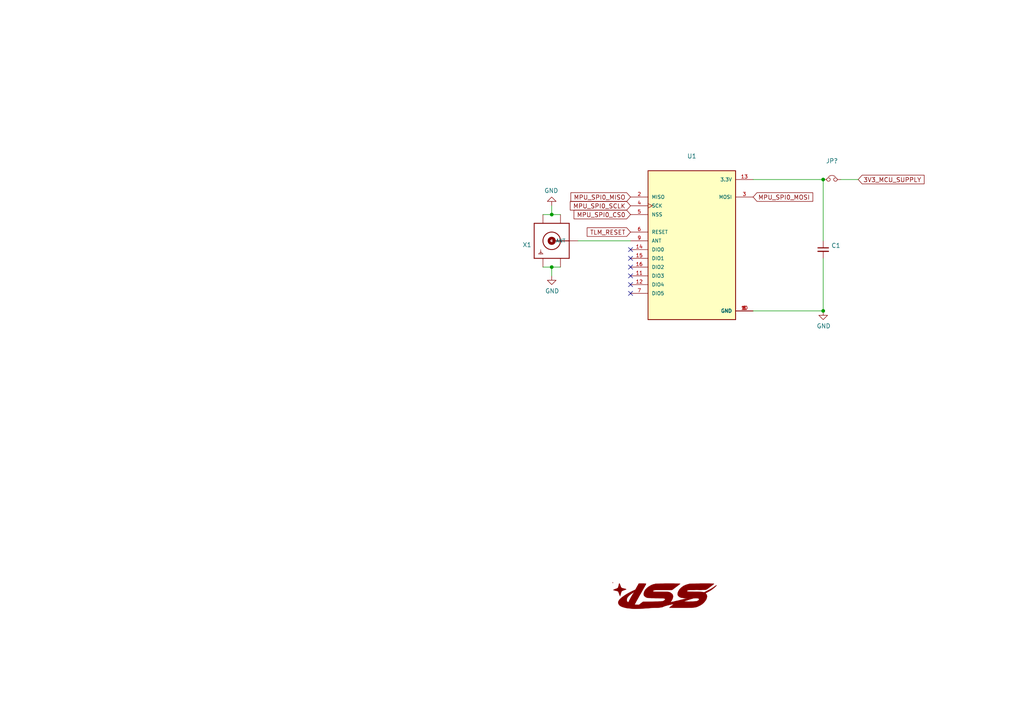
<source format=kicad_sch>
(kicad_sch (version 20211123) (generator eeschema)
  (paper "A4")
  (title_block (title "TARS-MK1") (company "ILLINOIS SPACE SOCIETY"))
  (lib_symbols
    (symbol "D24V50F5:C_Small" (pin_numbers hide) (pin_names (offset 0.254) hide)
      (property "Reference" "C" (at 0.254 1.778 0))
      (property "Value" "C_Small" (at 0.254 -2.032 0))
      (symbol "C_Small_0_1"
        (polyline (pts (xy -1.524 -0.508) (xy 1.524 -0.508)) (stroke (width 0.3302)))
        (polyline (pts (xy -1.524 0.508) (xy 1.524 0.508)) (stroke (width 0.3048)))
      )
      (symbol "C_Small_1_1"
        (pin passive line (at 0 2.54 270) (length 2.032) (name "~") (number "1"))
        (pin passive line (at 0 -2.54 90) (length 2.032) (name "~") (number "2"))
      )
    )
    (symbol "ISS_LOGO:LOGO" (pin_names (offset 1.016))
      (symbol "LOGO_0_0"
        (polyline (pts (xy -15.2654 3.6322) (xy -15.2654 3.8354) (xy -15.2908 3.8608) (xy -15.3162 3.7338) (xy -15.3162 3.6068) (xy -15.2654 3.6322)) (stroke (width 0.0254)) (fill (type outline)))
        (polyline (pts (xy -13.081 0.2032) (xy -12.954 0.6096) (xy -12.8778 0.9144) (xy -12.7762 1.1176) (xy -12.6746 1.27) (xy -12.5476 1.3462) (xy -12.3698 1.4224) (xy -12.1158 1.524) (xy -11.7348 1.651) (xy -11.5316 1.7272) (xy -11.43 1.7526) (xy -11.43 1.778) (xy -11.5062 1.8542) (xy -11.684 1.9304) (xy -11.938 1.9812) (xy -12.2174 2.0574) (xy -12.5222 2.1082) (xy -12.7254 2.2098) (xy -12.8778 2.3368) (xy -12.9794 2.54) (xy -13.081 2.8448) (xy -13.1318 2.921) (xy -13.2334 3.2258) (xy -13.3858 3.5306) (xy -13.4112 3.5052) (xy -13.4874 3.3782) (xy -13.5382 3.1496) (xy -13.6906 2.54) (xy -13.7668 2.3114) (xy -13.8684 2.1844) (xy -13.9954 2.0828) (xy -14.1986 2.0066) (xy -14.478 1.905) (xy -14.605 1.8542) (xy -14.8844 1.7526) (xy -15.0876 1.651) (xy -15.1638 1.6002) (xy -15.1384 1.6002) (xy -15.0114 1.5494) (xy -14.7828 1.4732) (xy -14.4526 1.397) (xy -13.7668 1.2192) (xy -13.5636 0.762) (xy -13.4874 0.5588) (xy -13.3858 0.2794) (xy -13.2842 0.0508) (xy -13.1826 -0.2032) (xy -13.081 0.2032)) (stroke (width 0.0254)) (fill (type outline)))
        (polyline (pts (xy -8.0264 -3.8354) (xy -7.3152 -3.81) (xy -6.5786 -3.7846) (xy -5.8166 -3.7338) (xy -5.1054 -3.683) (xy -4.826 -3.6576) (xy -4.2418 -3.6068) (xy -3.6322 -3.5814) (xy -3.0988 -3.556) (xy -2.3368 -3.556) (xy -1.5494 -3.4798) (xy -0.889 -3.3528) (xy -0.3556 -3.1242) (xy -0.1778 -3.0734) (xy 0.127 -2.9718) (xy 0.508 -2.8702) (xy 0.9398 -2.7686) (xy 0.9906 -2.7432) (xy 1.5494 -2.6162) (xy 2.1844 -2.4892) (xy 2.3114 -2.4892) (xy 2.3114 -2.54) (xy 2.2352 -2.6162) (xy 2.0574 -2.7686) (xy 1.778 -2.9464) (xy 1.5748 -3.1242) (xy 1.3208 -3.3274) (xy 1.1684 -3.4544) (xy 1.1176 -3.5306) (xy 1.6256 -3.5306) (xy 2.0574 -3.556) (xy 6.2738 -3.556) (xy 6.9342 -3.5306) (xy 7.4676 -3.5306) (xy 7.9248 -3.5052) (xy 8.2804 -3.4798) (xy 8.5852 -3.429) (xy 8.8392 -3.3782) (xy 9.0678 -3.302) (xy 9.3218 -3.2258) (xy 9.5504 -3.0988) (xy 9.8298 -2.9718) (xy 10.0076 -2.8956) (xy 10.5664 -2.54) (xy 11.049 -2.1336) (xy 11.43 -1.6764) (xy 11.7602 -1.2192) (xy 11.938 -0.762) (xy 12.0396 -0.3302) (xy 11.9888 0.0762) (xy 11.811 0.4064) (xy 11.5824 0.6858) (xy 12.1158 0.9398) (xy 12.2682 1.016) (xy 13.0556 1.4732) (xy 13.7414 1.9558) (xy 14.3256 2.4384) (xy 14.605 2.7178) (xy 14.7574 2.8956) (xy 14.8082 2.9718) (xy 14.7828 2.9718) (xy 14.6558 2.8956) (xy 14.4272 2.7686) (xy 14.1478 2.5654) (xy 14.097 2.5146) (xy 13.7414 2.286) (xy 13.3096 2.0066) (xy 12.827 1.7272) (xy 12.3444 1.4986) (xy 11.2014 0.9144) (xy 10.7188 1.016) (xy 10.6172 1.016) (xy 10.3378 1.0414) (xy 9.906 1.0668) (xy 9.398 1.0922) (xy 8.2296 1.0922) (xy 7.8994 1.1176) (xy 6.9088 1.1176) (xy 6.5532 1.143) (xy 6.3246 1.143) (xy 6.223 1.1684) (xy 6.223 1.27) (xy 6.2992 1.4224) (xy 6.3754 1.4986) (xy 6.4516 1.5494) (xy 6.5532 1.5748) (xy 6.7056 1.5748) (xy 6.9596 1.6002) (xy 8.3312 1.6002) (xy 9.0678 1.6256) (xy 9.7536 1.6002) (xy 10.3378 1.6002) (xy 10.8204 1.6256) (xy 11.2014 1.6256) (xy 11.4808 1.651) (xy 11.7348 1.7018) (xy 11.938 1.778) (xy 12.1158 1.905) (xy 12.319 2.032) (xy 12.573 2.2352) (xy 13.081 2.6162) (xy 13.4112 2.8702) (xy 13.6652 3.048) (xy 13.8176 3.175) (xy 13.843 3.2004) (xy 13.9954 3.3274) (xy 14.0462 3.4036) (xy 14.0462 3.429) (xy 13.8938 3.429) (xy 13.6144 3.4544) (xy 13.208 3.4544) (xy 12.7254 3.4798) (xy 10.16 3.4798) (xy 9.4996 3.4544) (xy 8.8646 3.4544) (xy 8.255 3.429) (xy 7.747 3.429) (xy 7.3152 3.4036) (xy 6.985 3.3782) (xy 6.8072 3.3528) (xy 5.9944 3.1242) (xy 5.207 2.7686) (xy 4.572 2.3114) (xy 4.0386 1.778) (xy 3.683 1.1684) (xy 3.5306 0.762) (xy 3.4798 0.381) (xy 3.556 0.0762) (xy 3.7338 -0.1778) (xy 4.0132 -0.4064) (xy 4.3688 -0.5842) (xy 4.826 -0.6858) (xy 5.461 -0.762) (xy 6.2992 -0.8128) (xy 5.588 -0.9906) (xy 5.4102 -1.0414) (xy 5.08 -1.1176) (xy 4.6482 -1.2192) (xy 4.1656 -1.3462) (xy 3.6576 -1.4732) (xy 3.1496 -1.5748) (xy 2.6416 -1.7018) (xy 2.54 -1.7272) (xy 5.334 -1.7272) (xy 5.3594 -1.6764) (xy 5.461 -1.651) (xy 6.0706 -1.4478) (xy 6.7056 -1.2446) (xy 7.1882 -1.0668) (xy 7.5946 -0.9652) (xy 7.9248 -0.8636) (xy 8.1534 -0.8128) (xy 8.382 -0.7874) (xy 8.5598 -0.762) (xy 9.0678 -0.762) (xy 9.4488 -0.8128) (xy 9.652 -0.9398) (xy 9.7282 -1.0922) (xy 9.7028 -1.1938) (xy 9.5504 -1.397) (xy 9.2456 -1.5748) (xy 8.89 -1.6764) (xy 8.8646 -1.6764) (xy 8.6614 -1.7018) (xy 8.3058 -1.7272) (xy 7.8486 -1.7526) (xy 7.3406 -1.7526) (xy 6.7818 -1.778) (xy 6.223 -1.7526) (xy 5.5372 -1.7526) (xy 5.3848 -1.7272) (xy 5.334 -1.7272) (xy 2.54 -1.7272) (xy 2.2098 -1.8034) (xy 1.8542 -1.8796) (xy 1.6256 -1.9304) (xy 1.4986 -1.9304) (xy 1.4986 -1.905) (xy 1.6002 -1.7272) (xy 1.7272 -1.524) (xy 1.9304 -1.1684) (xy 2.1336 -0.6604) (xy 2.1844 -0.2032) (xy 2.0828 0.2286) (xy 1.8034 0.5588) (xy 1.397 0.8382) (xy 1.3208 0.889) (xy 1.0668 0.9906) (xy 0.9144 1.016) (xy 0.6858 1.0414) (xy 0.4064 1.0668) (xy -0.4826 1.0668) (xy -1.143 1.0922) (xy -3.048 1.0922) (xy -3.3274 1.1176) (xy -3.4544 1.1176) (xy -3.6068 1.143) (xy -3.6322 1.27) (xy -3.5052 1.4478) (xy -3.4544 1.4986) (xy -3.3782 1.524) (xy -3.2766 1.5494) (xy -3.0988 1.5748) (xy -2.8702 1.6002) (xy 1.8796 1.6002) (xy 2.54 2.0828) (xy 2.6162 2.159) (xy 3.3782 2.7178) (xy 3.7084 2.9718) (xy 3.7592 2.9972) (xy 3.9878 3.2004) (xy 4.1656 3.3274) (xy 4.2164 3.4036) (xy 4.2164 3.429) (xy 4.0894 3.429) (xy 3.81 3.4544) (xy 2.8956 3.4544) (xy 2.286 3.4798) (xy -0.1016 3.4798) (xy -0.889 3.4544) (xy -1.5494 3.4544) (xy -2.0828 3.429) (xy -2.54 3.4036) (xy -2.921 3.3782) (xy -3.2512 3.302) (xy -3.5052 3.2512) (xy -3.7846 3.1496) (xy -4.0386 3.048) (xy -4.3434 2.8956) (xy -4.9784 2.5146) (xy -5.4864 2.0828) (xy -5.9182 1.6002) (xy -6.1976 1.0922) (xy -6.3246 0.5588) (xy -6.3246 0.2794) (xy -6.2484 -0.0254) (xy -6.0198 -0.2794) (xy -5.6388 -0.5334) (xy -5.5626 -0.5588) (xy -5.3086 -0.6604) (xy -5.1308 -0.6858) (xy -4.8768 -0.7112) (xy -4.5466 -0.7112) (xy -4.1148 -0.7366) (xy -3.5306 -0.7366) (xy -2.8194 -0.762) (xy -2.159 -0.762) (xy -1.5748 -0.7874) (xy -1.1176 -0.7874) (xy -0.762 -0.8128) (xy -0.5334 -0.8382) (xy -0.381 -0.8636) (xy -0.2794 -0.889) (xy -0.2032 -0.9398) (xy -0.1778 -0.9652) (xy -0.127 -1.0922) (xy -0.1778 -1.2446) (xy -0.381 -1.4478) (xy -0.5842 -1.5748) (xy -0.6604 -1.6002) (xy -0.762 -1.651) (xy -0.9144 -1.6764) (xy -1.143 -1.7018) (xy -1.4224 -1.7272) (xy -1.8034 -1.7272) (xy -2.3114 -1.7526) (xy -2.9464 -1.7526) (xy -3.7338 -1.778) (xy -6.5532 -1.8288) (xy -7.1374 -2.2606) (xy -7.7216 -2.7178) (xy -8.3058 -2.6924) (xy -8.6106 -2.667) (xy -8.8392 -2.6416) (xy -8.9408 -2.6162) (xy -8.9408 -2.5908) (xy -8.9154 -2.5146) (xy -8.8646 -2.413) (xy -8.763 -2.2352) (xy -8.636 -1.9812) (xy -8.4582 -1.651) (xy -8.2296 -1.2446) (xy -7.9248 -0.7112) (xy -7.5946 -0.1016) (xy -7.1628 0.635) (xy -6.6802 1.4986) (xy -6.096 2.5146) (xy -5.9182 2.8448) (xy -5.7658 3.1242) (xy -5.6896 3.3274) (xy -5.6642 3.429) (xy -5.7658 3.4544) (xy -5.9944 3.4544) (xy -6.3246 3.4798) (xy -7.747 3.4798) (xy -8.255 2.5908) (xy -8.763 1.6764) (xy -9.9568 1.1176) (xy -10.541 0.8128) (xy -11.3284 0.381) (xy -12.0142 -0.0762) (xy -12.6238 -0.508) (xy -13.081 -0.9144) (xy -13.3858 -1.2446) (xy -11.2522 -1.2446) (xy -11.2268 -1.016) (xy -11.0998 -0.635) (xy -10.795 -0.254) (xy -10.3632 0.1524) (xy -9.779 0.5842) (xy -9.6266 0.6858) (xy -9.3726 0.8636) (xy -9.2202 0.9144) (xy -9.1694 0.9144) (xy -9.3218 0.6604) (xy -9.4742 0.4318) (xy -9.6774 0.1016) (xy -9.8806 -0.254) (xy -10.0584 -0.5588) (xy -10.2616 -0.9652) (xy -10.4648 -1.3208) (xy -10.5918 -1.6002) (xy -10.8458 -2.032) (xy -11.1252 -1.7526) (xy -11.2268 -1.524) (xy -11.2522 -1.2446) (xy -13.3858 -1.2446) (xy -13.4366 -1.2954) (xy -13.6398 -1.651) (xy -13.6906 -1.778) (xy -13.716 -2.2098) (xy -13.589 -2.5654) (xy -13.3096 -2.8956) (xy -12.8778 -3.175) (xy -12.2682 -3.4036) (xy -11.5062 -3.6068) (xy -10.5664 -3.7338) (xy -9.4742 -3.8354) (xy -9.144 -3.8608) (xy -8.636 -3.8608) (xy -8.0264 -3.8354)) (stroke (width 0.0254)) (fill (type outline)))
      )
    )
    (symbol "RFM95W_915S2:RFM95W-915S2" (pin_names (offset 1.016))
      (property "Reference" "U" (at -12.7 22.86 0))
      (property "Value" "RFM95W-915S2" (at -12.7 -22.86 0))
      (symbol "RFM95W-915S2_0_0"
        (rectangle (start -12.7 -20.32) (end 12.7 22.86) (stroke (width 0.254)) (fill (type background)))
        (pin power_in line (at 17.78 -17.78 180) (length 5.08) (name "GND") (number "1"))
        (pin power_in line (at 17.78 -17.78 180) (length 5.08) (name "GND") (number "10"))
        (pin bidirectional line (at -17.78 -7.62 0) (length 5.08) (name "DIO3") (number "11"))
        (pin bidirectional line (at -17.78 -10.16 0) (length 5.08) (name "DIO4") (number "12"))
        (pin power_in line (at 17.78 20.32 180) (length 5.08) (name "3.3V") (number "13"))
        (pin bidirectional line (at -17.78 0 0) (length 5.08) (name "DIO0") (number "14"))
        (pin bidirectional line (at -17.78 -2.54 0) (length 5.08) (name "DIO1") (number "15"))
        (pin bidirectional line (at -17.78 -5.08 0) (length 5.08) (name "DIO2") (number "16"))
        (pin input line (at -17.78 15.24 0) (length 5.08) (name "MISO") (number "2"))
        (pin output line (at 17.78 15.24 180) (length 5.08) (name "MOSI") (number "3"))
        (pin input clock (at -17.78 12.7 0) (length 5.08) (name "SCK") (number "4"))
        (pin input line (at -17.78 10.16 0) (length 5.08) (name "NSS") (number "5"))
        (pin bidirectional line (at -17.78 5.08 0) (length 5.08) (name "RESET") (number "6"))
        (pin bidirectional line (at -17.78 -12.7 0) (length 5.08) (name "DIO5") (number "7"))
        (pin power_in line (at 17.78 -17.78 180) (length 5.08) (name "GND") (number "8"))
        (pin bidirectional line (at -17.78 2.54 0) (length 5.08) (name "ANT") (number "9"))
      )
    )
    (symbol "SMA:SMACONNECTOR" (pin_numbers hide) (pin_names (offset 1.016))
      (property "Reference" "X" (at 7.62 2.54 0))
      (property "Value" "SMACONNECTOR" (at 7.62 0 0))
      (symbol "SMACONNECTOR_0_0"
        (polyline (pts (xy -5.08 -5.08) (xy -5.08 0)) (stroke (width 0.254)))
        (polyline (pts (xy -5.08 0) (xy -5.08 5.08)) (stroke (width 0.254)))
        (polyline (pts (xy -5.08 0) (xy 0 0)) (stroke (width 0.254)))
        (polyline (pts (xy -5.08 5.08) (xy 5.08 5.08)) (stroke (width 0.254)))
        (polyline (pts (xy 2.54 3.81) (xy 3.175 3.81)) (stroke (width 0.127)))
        (polyline (pts (xy 3.175 3.175) (xy 2.54 3.81)) (stroke (width 0.127)))
        (polyline (pts (xy 3.175 3.81) (xy 3.175 2.54)) (stroke (width 0.127)))
        (polyline (pts (xy 3.175 3.81) (xy 3.81 3.81)) (stroke (width 0.127)))
        (polyline (pts (xy 3.81 3.81) (xy 3.175 3.175)) (stroke (width 0.127)))
        (polyline (pts (xy 5.08 -5.08) (xy -5.08 -5.08)) (stroke (width 0.254)))
        (polyline (pts (xy 5.08 5.08) (xy 5.08 -5.08)) (stroke (width 0.254)))
        (circle (center 0 0) (radius 0.3556) (stroke (width 0.8128)))
        (circle (center 0 0) (radius 2.54) (stroke (width 0.254)))
        (pin bidirectional line (at -7.62 0 0) (length 2.54) (name "ANT") (number "ANTENNA"))
        (pin power_in line (at -2.54 7.62 270) (length 2.54) (name "~") (number "GND1"))
        (pin power_in line (at 2.54 7.62 270) (length 2.54) (name "~") (number "GND2"))
        (pin power_in line (at -2.54 -7.62 90) (length 2.54) (name "~") (number "GND3"))
        (pin power_in line (at 2.54 -7.62 90) (length 2.54) (name "~") (number "GND4"))
      )
    )
    (symbol "TARS-MK1-rescue:Jumper_NC_Small-Device" (pin_numbers hide) (pin_names (offset 0.762) hide)
      (property "Reference" "JP" (at 0 2.032 0))
      (property "Value" "Jumper_NC_Small-Device" (at 0.254 -1.524 0))
      (symbol "Jumper_NC_Small-Device_0_1"
        (circle (center -1.016 0) (radius 0.508))
        (circle (center 1.016 0) (radius 0.508))
        (arc (start 1.016 0.762) (mid 0 1.1828) (end -1.016 0.762))
        (pin passive line (at -2.54 0 0) (length 1.016) (name "1") (number "1"))
        (pin passive line (at 2.54 0 180) (length 1.016) (name "2") (number "2"))
      )
    )
    (symbol "power:GND" (power) (pin_names (offset 0))
      (property "Value" "GND" (at 0 -3.81 0))
      (symbol "GND_0_1"
        (polyline (pts (xy 0 0) (xy 0 -1.27) (xy 1.27 -1.27) (xy 0 -2.54) (xy -1.27 -1.27) (xy 0 -1.27)))
      )
      (symbol "GND_1_1"
        (pin power_in line (at 0 0 270) (length 0) hide (name "GND") (number "1"))
      )
    )
  )
  (junction (at 238.76 90.17))
  (junction (at 160.02 62.23))
  (junction (at 238.76 52.07))
  (junction (at 160.02 77.47))
  (no_connect (at 182.88 82.55))
  (no_connect (at 182.88 74.93))
  (no_connect (at 182.88 77.47))
  (no_connect (at 182.88 72.39))
  (no_connect (at 182.88 80.01))
  (no_connect (at 182.88 85.09))
  (wire (pts (xy 160.02 62.23) (xy 160.02 59.69)))
  (wire (pts (xy 157.48 77.47) (xy 160.02 77.47)))
  (wire (pts (xy 160.02 77.47) (xy 162.56 77.47)))
  (wire (pts (xy 238.76 52.07) (xy 238.76 69.85)))
  (wire (pts (xy 218.44 52.07) (xy 238.76 52.07)))
  (wire (pts (xy 160.02 77.47) (xy 160.02 80.01)))
  (wire (pts (xy 160.02 62.23) (xy 162.56 62.23)))
  (wire (pts (xy 248.92 52.07) (xy 243.84 52.07)))
  (wire (pts (xy 218.44 90.17) (xy 238.76 90.17)))
  (wire (pts (xy 167.64 69.85) (xy 182.88 69.85)))
  (wire (pts (xy 157.48 62.23) (xy 160.02 62.23)))
  (wire (pts (xy 238.76 74.93) (xy 238.76 90.17)))
  (global_label "TLM_RESET" (shape input) (at 182.88 67.31 180) (property "Intersheet References" "${INTERSHEET_REFS}" (effects hide)))
  (global_label "MPU_SPI0_MISO" (shape input) (at 182.88 57.15 180) (property "Intersheet References" "${INTERSHEET_REFS}" (effects hide)))
  (global_label "MPU_SPI0_CS0" (shape input) (at 182.88 62.23 180) (property "Intersheet References" "${INTERSHEET_REFS}" (effects hide)))
  (global_label "MPU_SPI0_MOSI" (shape input) (at 218.44 57.15 0) (property "Intersheet References" "${INTERSHEET_REFS}" (effects hide)))
  (global_label "MPU_SPI0_SCLK" (shape input) (at 182.88 59.69 180) (property "Intersheet References" "${INTERSHEET_REFS}" (effects hide)))
  (global_label "3V3_MCU_SUPPLY" (shape input) (at 248.92 52.07 0) (property "Intersheet References" "${INTERSHEET_REFS}" (effects hide)))
  (symbol (lib_id "ISS_LOGO:LOGO") (at 193.04 172.72 0) (unit 1)
    (property "Reference" "#G10001" (effects hide))
  )
  (symbol (lib_id "RFM95W_915S2:RFM95W-915S2") (at 200.66 72.39 0) (unit 1)
    (property "Reference" "U1" (at 200.66 45.2882 0))
    (property "PRICE" "None" (effects hide))
    (property "PACKAGE" "SMD-16 RF Solutions" (effects hide))
    (property "MP" "RFM95W-915S2" (effects hide))
    (property "STANDARD" "Manufacturer recommendations" (effects hide))
    (property "AVAILABILITY" "Unavailable" (effects hide))
    (property "DESCRIPTION" "RFM95W LoRA Transceiver Module 915MHz" (effects hide))
    (property "MF" "RF Solutions" (effects hide))
  )
  (symbol (lib_id "D24V50F5:C_Small") (at 238.76 72.39 0) (unit 1)
    (property "Reference" "C1" (at 241.0968 71.2216 0) (effects (justify left)))
  )
  (symbol (lib_id "power:GND") (at 238.76 90.17 0) (unit 1)
    (property "Reference" "#PWR03" (effects hide))
  )
  (symbol (lib_id "power:GND") (at 160.02 80.01 0) (unit 1)
    (property "Reference" "#PWR02" (effects hide))
  )
  (symbol (lib_id "power:GND") (at 160.02 59.69 180) (unit 1)
    (property "Reference" "#PWR01" (effects hide))
  )
  (symbol (lib_id "SMA:SMACONNECTOR") (at 160.02 69.85 180) (unit 1)
    (property "Reference" "X1" (at 154.178 71.0184 0) (effects (justify left)))
  )
  (symbol (lib_id "TARS-MK1-rescue:Jumper_NC_Small-Device") (at 241.3 52.07 0) (unit 1)
    (property "Reference" "JP?" (at 241.3 46.6852 0))
  )
)
</source>
